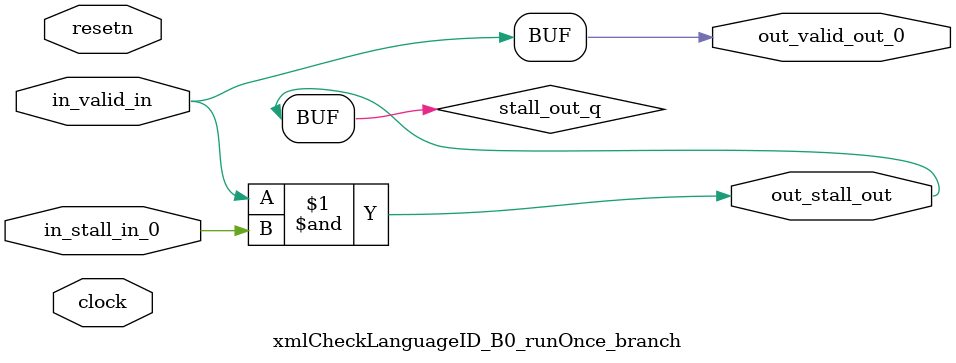
<source format=sv>



(* altera_attribute = "-name AUTO_SHIFT_REGISTER_RECOGNITION OFF; -name MESSAGE_DISABLE 10036; -name MESSAGE_DISABLE 10037; -name MESSAGE_DISABLE 14130; -name MESSAGE_DISABLE 14320; -name MESSAGE_DISABLE 15400; -name MESSAGE_DISABLE 14130; -name MESSAGE_DISABLE 10036; -name MESSAGE_DISABLE 12020; -name MESSAGE_DISABLE 12030; -name MESSAGE_DISABLE 12010; -name MESSAGE_DISABLE 12110; -name MESSAGE_DISABLE 14320; -name MESSAGE_DISABLE 13410; -name MESSAGE_DISABLE 113007; -name MESSAGE_DISABLE 10958" *)
module xmlCheckLanguageID_B0_runOnce_branch (
    input wire [0:0] in_stall_in_0,
    input wire [0:0] in_valid_in,
    output wire [0:0] out_stall_out,
    output wire [0:0] out_valid_out_0,
    input wire clock,
    input wire resetn
    );

    wire [0:0] stall_out_q;


    // stall_out(LOGICAL,6)
    assign stall_out_q = in_valid_in & in_stall_in_0;

    // out_stall_out(GPOUT,4)
    assign out_stall_out = stall_out_q;

    // out_valid_out_0(GPOUT,5)
    assign out_valid_out_0 = in_valid_in;

endmodule

</source>
